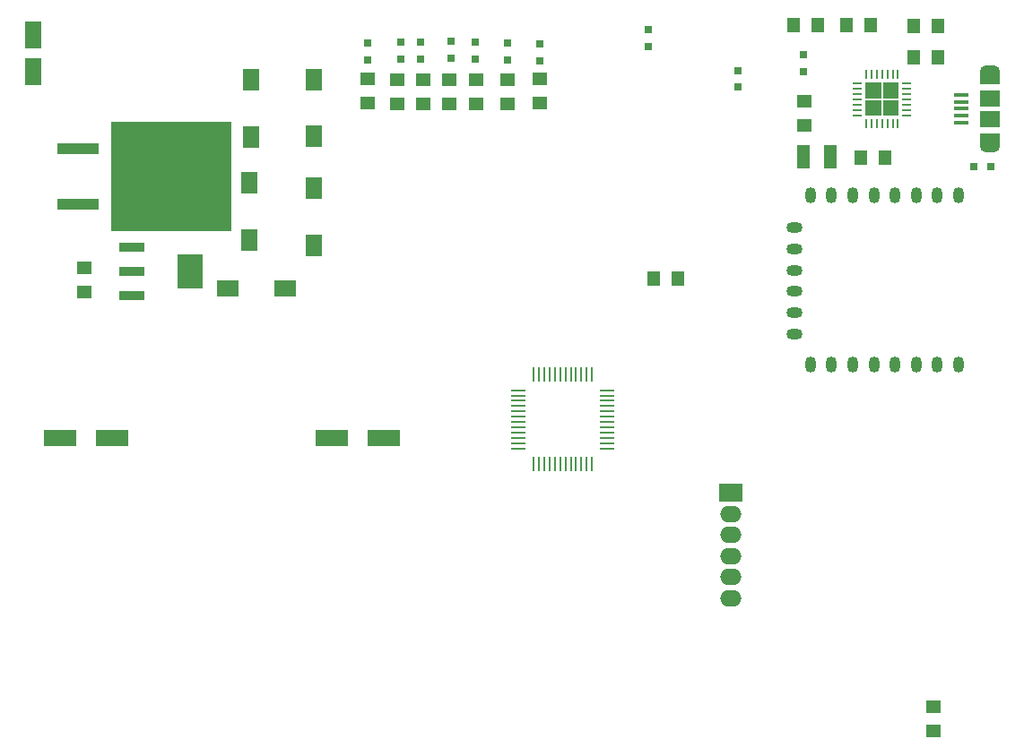
<source format=gtp>
G04*
G04 #@! TF.GenerationSoftware,Altium Limited,Altium Designer,18.1.6 (161)*
G04*
G04 Layer_Color=8421504*
%FSTAX24Y24*%
%MOIN*%
G70*
G01*
G75*
%ADD16R,0.0750X0.0590*%
%ADD17R,0.0530X0.0160*%
%ADD18O,0.0750X0.0480*%
%ADD19R,0.0787X0.0591*%
%ADD20R,0.0591X0.0787*%
%ADD21R,0.1240X0.0630*%
%ADD22R,0.0500X0.0870*%
%ADD23R,0.0500X0.0550*%
%ADD24R,0.1540X0.0390*%
%ADD25R,0.4510X0.4110*%
%ADD26R,0.0550X0.0500*%
%ADD27O,0.0800X0.0600*%
%ADD28R,0.0850X0.0650*%
%ADD29R,0.0315X0.0315*%
%ADD30R,0.0315X0.0315*%
%ADD31R,0.0630X0.1004*%
%ADD32R,0.0080X0.0380*%
%ADD33R,0.0380X0.0080*%
%ADD34O,0.0400X0.0600*%
%ADD35O,0.0600X0.0400*%
%ADD36O,0.0600X0.0400*%
%ADD37R,0.0580X0.0090*%
%ADD38R,0.0090X0.0580*%
%ADD39R,0.0980X0.1260*%
%ADD40R,0.0980X0.0350*%
G36*
X047015Y032436D02*
X046265D01*
Y032896D01*
X047015D01*
Y032436D01*
D02*
G37*
G36*
X043261Y031909D02*
X042679D01*
Y032491D01*
X043261D01*
Y031909D01*
D02*
G37*
G36*
X042601D02*
X042019D01*
Y032491D01*
X042601D01*
Y031909D01*
D02*
G37*
G36*
X043261Y031249D02*
X042679D01*
Y031831D01*
X043261D01*
Y031249D01*
D02*
G37*
G36*
X042601D02*
X042019D01*
Y031831D01*
X042601D01*
Y031249D01*
D02*
G37*
G36*
X047015Y03014D02*
X046265D01*
Y0306D01*
X047015D01*
Y03014D01*
D02*
G37*
D16*
X04664Y031911D02*
D03*
Y031124D02*
D03*
D17*
X045587Y032029D02*
D03*
Y031774D02*
D03*
Y031518D02*
D03*
Y031262D02*
D03*
Y031006D02*
D03*
D18*
X04664Y03014D02*
D03*
Y032896D02*
D03*
D19*
X020453Y02483D02*
D03*
X018327D02*
D03*
D20*
X02152Y028563D02*
D03*
Y026437D02*
D03*
X01913Y028763D02*
D03*
Y026637D02*
D03*
X02152Y032613D02*
D03*
Y030487D02*
D03*
X01917Y030477D02*
D03*
Y032603D02*
D03*
D21*
X024119Y01926D02*
D03*
X02219D02*
D03*
X01401D02*
D03*
X012081D02*
D03*
D22*
X04073Y02973D02*
D03*
X03971D02*
D03*
D23*
X04276Y02971D02*
D03*
X04186D02*
D03*
X03506Y02518D02*
D03*
X03416D02*
D03*
X04473Y03342D02*
D03*
X04383D02*
D03*
X04473Y03461D02*
D03*
X04383D02*
D03*
X0422Y03462D02*
D03*
X0413D02*
D03*
X04025D02*
D03*
X03935D02*
D03*
D24*
X012735Y027961D02*
D03*
Y030039D02*
D03*
D25*
X01623Y029D02*
D03*
D26*
X02353Y03263D02*
D03*
Y03173D02*
D03*
X02655Y03261D02*
D03*
Y03171D02*
D03*
X02755D02*
D03*
Y03261D02*
D03*
X02993Y03172D02*
D03*
Y03262D02*
D03*
X02559Y03171D02*
D03*
Y03261D02*
D03*
X02872Y032613D02*
D03*
Y031713D02*
D03*
X03974Y03178D02*
D03*
Y03088D02*
D03*
X0246Y03169D02*
D03*
Y03259D02*
D03*
X01298Y02561D02*
D03*
Y02471D02*
D03*
X04456Y00835D02*
D03*
Y00925D02*
D03*
D27*
X03702Y013295D02*
D03*
Y014083D02*
D03*
Y01487D02*
D03*
Y015657D02*
D03*
Y016445D02*
D03*
D28*
Y017232D02*
D03*
D29*
X02351Y033345D02*
D03*
Y033975D02*
D03*
X02548Y033358D02*
D03*
Y033988D02*
D03*
X02474Y033365D02*
D03*
Y033995D02*
D03*
X03971Y03289D02*
D03*
Y03352D02*
D03*
X02753Y033351D02*
D03*
Y033981D02*
D03*
X03394Y033835D02*
D03*
Y034465D02*
D03*
X0266Y033395D02*
D03*
Y034025D02*
D03*
X02871Y03332D02*
D03*
Y03395D02*
D03*
X029915Y03329D02*
D03*
Y03392D02*
D03*
X03729Y032945D02*
D03*
Y032315D02*
D03*
D30*
X046665Y02935D02*
D03*
X046035D02*
D03*
D31*
X01107Y034259D02*
D03*
Y032881D02*
D03*
D32*
X043231Y030955D02*
D03*
X043034D02*
D03*
X042837D02*
D03*
X04264D02*
D03*
X042443D02*
D03*
X042246D02*
D03*
X042049D02*
D03*
Y032785D02*
D03*
X042246D02*
D03*
X042443D02*
D03*
X04264D02*
D03*
X042837D02*
D03*
X043034D02*
D03*
X043231D02*
D03*
D33*
X041725Y031279D02*
D03*
Y031476D02*
D03*
Y031673D02*
D03*
Y03187D02*
D03*
Y032067D02*
D03*
Y032264D02*
D03*
Y032461D02*
D03*
X043555D02*
D03*
Y032264D02*
D03*
Y032067D02*
D03*
Y03187D02*
D03*
Y031673D02*
D03*
Y031476D02*
D03*
Y031279D02*
D03*
D34*
X039973Y02828D02*
D03*
X04076D02*
D03*
X041548D02*
D03*
X042335D02*
D03*
X045485D02*
D03*
X043123D02*
D03*
X04391D02*
D03*
X044697D02*
D03*
X045485Y021981D02*
D03*
X044697D02*
D03*
X04391D02*
D03*
X043123D02*
D03*
X042335D02*
D03*
X041548D02*
D03*
X04076D02*
D03*
X039973D02*
D03*
D35*
X039393Y02711D02*
D03*
Y02631D02*
D03*
Y02473D02*
D03*
Y02393D02*
D03*
Y02313D02*
D03*
D36*
Y02551D02*
D03*
D37*
X02911Y021043D02*
D03*
Y020846D02*
D03*
Y020649D02*
D03*
Y020452D02*
D03*
Y020255D02*
D03*
Y020058D02*
D03*
Y019862D02*
D03*
Y019665D02*
D03*
Y019468D02*
D03*
Y019271D02*
D03*
Y019074D02*
D03*
Y018877D02*
D03*
X03243D02*
D03*
Y019074D02*
D03*
Y019271D02*
D03*
Y019468D02*
D03*
Y019665D02*
D03*
Y019862D02*
D03*
Y020058D02*
D03*
Y020255D02*
D03*
Y020452D02*
D03*
Y020649D02*
D03*
Y020846D02*
D03*
Y021043D02*
D03*
D38*
X029687Y0183D02*
D03*
X029884D02*
D03*
X030081D02*
D03*
X030278D02*
D03*
X030475D02*
D03*
X030672D02*
D03*
X030868D02*
D03*
X031065D02*
D03*
X031262D02*
D03*
X031459D02*
D03*
X031656D02*
D03*
X031853D02*
D03*
Y02162D02*
D03*
X031656D02*
D03*
X031459D02*
D03*
X031262D02*
D03*
X031065D02*
D03*
X030868D02*
D03*
X030672D02*
D03*
X030475D02*
D03*
X030278D02*
D03*
X030081D02*
D03*
X029884D02*
D03*
X029687D02*
D03*
D39*
X01691Y02546D02*
D03*
D40*
X01474Y024558D02*
D03*
Y02546D02*
D03*
Y026362D02*
D03*
M02*

</source>
